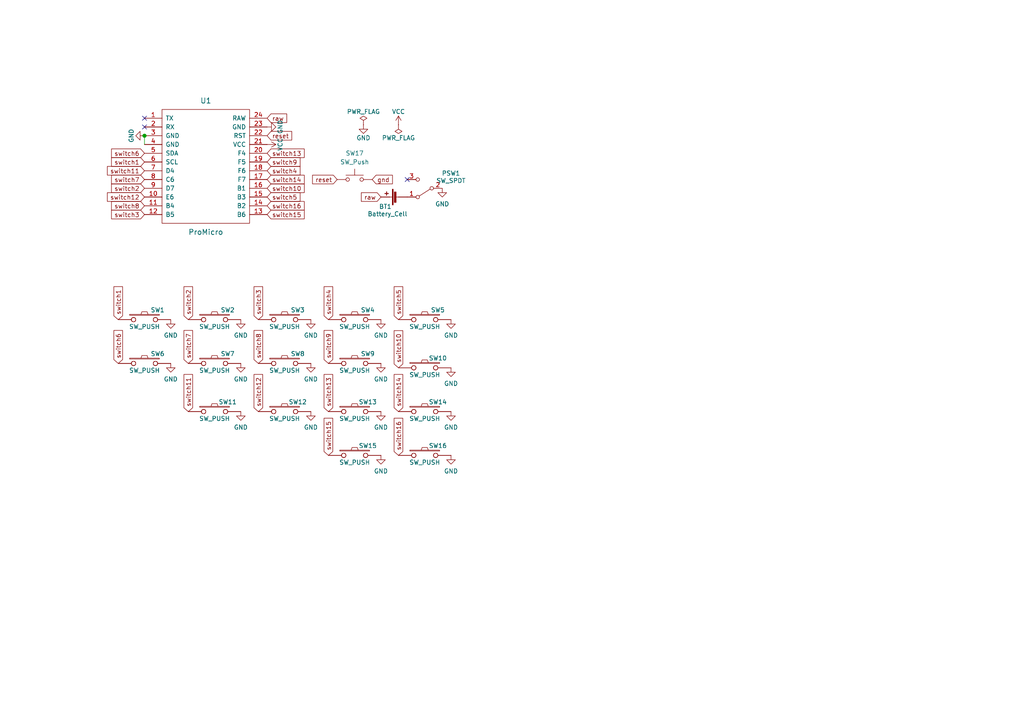
<source format=kicad_sch>
(kicad_sch (version 20211123) (generator eeschema)
  (paper "A4")
  (title_block (title "minako (美奈子)") (date "2022-01-25") (rev "0.3") (company "<3"))
  (lib_symbols
    (symbol "Device:Battery_Cell" (pin_numbers hide) (pin_names (offset 0) hide)
      (property "Reference" "BT" (at 2.54 2.54 0))
      (property "Value" "Battery_Cell" (at 2.54 0 0))
      (symbol "Battery_Cell_0_1"
        (rectangle (start -2.286 1.778) (end 2.286 1.524) (fill (type outline)))
        (rectangle (start -1.5748 1.1938) (end 1.4732 0.6858) (fill (type outline)))
        (polyline (pts (xy 0 0.762) (xy 0 0)))
        (polyline (pts (xy 0 1.778) (xy 0 2.54)))
        (polyline (pts (xy 0.508 3.429) (xy 1.524 3.429)) (stroke (width 0.254)))
        (polyline (pts (xy 1.016 3.937) (xy 1.016 2.921)) (stroke (width 0.254)))
      )
      (symbol "Battery_Cell_1_1"
        (pin passive line (at 0 5.08 270) (length 2.54) (name "+") (number "1"))
        (pin passive line (at 0 -2.54 90) (length 2.54) (name "-") (number "2"))
      )
    )
    (symbol "Switch:SW_Push" (pin_numbers hide) (pin_names (offset 1.016) hide)
      (property "Reference" "SW" (at 1.27 2.54 0))
      (property "Value" "SW_Push" (at 0 -1.524 0))
      (symbol "SW_Push_0_1"
        (circle (center -2.032 0) (radius 0.508))
        (polyline (pts (xy 0 1.27) (xy 0 3.048)))
        (polyline (pts (xy 2.54 1.27) (xy -2.54 1.27)))
        (circle (center 2.032 0) (radius 0.508))
        (pin passive line (at -5.08 0 0) (length 2.54) (name "1") (number "1"))
        (pin passive line (at 5.08 0 180) (length 2.54) (name "2") (number "2"))
      )
    )
    (symbol "Switch:SW_SPDT" (pin_names (offset 0) hide)
      (property "Reference" "SW" (at 0 4.318 0))
      (property "Value" "SW_SPDT" (at 0 -5.08 0))
      (symbol "SW_SPDT_0_0"
        (circle (center -2.032 0) (radius 0.508))
        (circle (center 2.032 -2.54) (radius 0.508))
      )
      (symbol "SW_SPDT_0_1"
        (polyline (pts (xy -1.524 0.254) (xy 1.651 2.286)))
        (circle (center 2.032 2.54) (radius 0.508))
      )
      (symbol "SW_SPDT_1_1"
        (pin passive line (at 5.08 2.54 180) (length 2.54) (name "A") (number "1"))
        (pin passive line (at -5.08 0 0) (length 2.54) (name "B") (number "2"))
        (pin passive line (at 5.08 -2.54 180) (length 2.54) (name "C") (number "3"))
      )
    )
    (symbol "bugs:ProMicro-kbd" (pin_names (offset 1.016))
      (property "Reference" "U" (at 0 24.13 0))
      (property "Value" "ProMicro-kbd" (at 0 -13.97 0))
      (symbol "ProMicro-kbd_0_1"
        (rectangle (start -12.7 21.59) (end 12.7 -11.43))
      )
      (symbol "ProMicro-kbd_1_1"
        (pin bidirectional line (at -17.78 19.05 0) (length 5.08) (name "TX") (number "1"))
        (pin bidirectional line (at -17.78 -3.81 0) (length 5.08) (name "E6") (number "10"))
        (pin bidirectional line (at -17.78 -6.35 0) (length 5.08) (name "B4") (number "11"))
        (pin bidirectional line (at -17.78 -8.89 0) (length 5.08) (name "B5") (number "12"))
        (pin bidirectional line (at 17.78 -8.89 180) (length 5.08) (name "B6") (number "13"))
        (pin bidirectional line (at 17.78 -6.35 180) (length 5.08) (name "B2") (number "14"))
        (pin bidirectional line (at 17.78 -3.81 180) (length 5.08) (name "B3") (number "15"))
        (pin bidirectional line (at 17.78 -1.27 180) (length 5.08) (name "B1") (number "16"))
        (pin bidirectional line (at 17.78 1.27 180) (length 5.08) (name "F7") (number "17"))
        (pin bidirectional line (at 17.78 3.81 180) (length 5.08) (name "F6") (number "18"))
        (pin bidirectional line (at 17.78 6.35 180) (length 5.08) (name "F5") (number "19"))
        (pin bidirectional line (at -17.78 16.51 0) (length 5.08) (name "RX") (number "2"))
        (pin bidirectional line (at 17.78 8.89 180) (length 5.08) (name "F4") (number "20"))
        (pin power_in line (at 17.78 11.43 180) (length 5.08) (name "VCC") (number "21"))
        (pin input line (at 17.78 13.97 180) (length 5.08) (name "RST") (number "22"))
        (pin power_in line (at 17.78 16.51 180) (length 5.08) (name "GND") (number "23"))
        (pin power_out line (at 17.78 19.05 180) (length 5.08) (name "RAW") (number "24"))
        (pin power_in line (at -17.78 13.97 0) (length 5.08) (name "GND") (number "3"))
        (pin power_in line (at -17.78 11.43 0) (length 5.08) (name "GND") (number "4"))
        (pin bidirectional line (at -17.78 8.89 0) (length 5.08) (name "SDA") (number "5"))
        (pin bidirectional line (at -17.78 6.35 0) (length 5.08) (name "SCL") (number "6"))
        (pin bidirectional line (at -17.78 3.81 0) (length 5.08) (name "D4") (number "7"))
        (pin bidirectional line (at -17.78 1.27 0) (length 5.08) (name "C6") (number "8"))
        (pin bidirectional line (at -17.78 -1.27 0) (length 5.08) (name "D7") (number "9"))
      )
    )
    (symbol "bugs:SW_PUSH-kbd" (pin_numbers hide) (pin_names (offset 1.016) hide)
      (property "Reference" "SW" (at 3.81 2.794 0))
      (property "Value" "SW_PUSH-kbd" (at 0 -2.032 0))
      (symbol "SW_PUSH-kbd_0_1"
        (rectangle (start -4.318 1.27) (end 4.318 1.524))
        (polyline (pts (xy -1.016 1.524) (xy -0.762 2.286) (xy 0.762 2.286) (xy 1.016 1.524)))
        (pin passive inverted (at -7.62 0 0) (length 5.08) (name "1") (number "1"))
        (pin passive inverted (at 7.62 0 180) (length 5.08) (name "2") (number "2"))
      )
    )
    (symbol "knott:SW_PUSH-kbd" (pin_numbers hide) (pin_names (offset 1.016) hide)
      (property "Reference" "SW" (at 3.81 2.794 0))
      (property "Value" "SW_PUSH-kbd" (at 0 -2.032 0))
      (symbol "SW_PUSH-kbd_0_1"
        (rectangle (start -4.318 1.27) (end 4.318 1.524))
        (polyline (pts (xy -1.016 1.524) (xy -0.762 2.286) (xy 0.762 2.286) (xy 1.016 1.524)))
        (pin passive inverted (at -7.62 0 0) (length 5.08) (name "1") (number "1"))
        (pin passive inverted (at 7.62 0 180) (length 5.08) (name "2") (number "2"))
      )
    )
    (symbol "power:GND" (power) (pin_names (offset 0))
      (property "Value" "GND" (at 0 -3.81 0))
      (symbol "GND_0_1"
        (polyline (pts (xy 0 0) (xy 0 -1.27) (xy 1.27 -1.27) (xy 0 -2.54) (xy -1.27 -1.27) (xy 0 -1.27)))
      )
      (symbol "GND_1_1"
        (pin power_in line (at 0 0 270) (length 0) hide (name "GND") (number "1"))
      )
    )
    (symbol "power:PWR_FLAG" (power) (pin_numbers hide) (pin_names (offset 0) hide)
      (property "Value" "PWR_FLAG" (at 0 3.81 0))
      (symbol "PWR_FLAG_0_0"
        (pin power_out line (at 0 0 90) (length 0) (name "pwr") (number "1"))
      )
      (symbol "PWR_FLAG_0_1"
        (polyline (pts (xy 0 0) (xy 0 1.27) (xy -1.016 1.905) (xy 0 2.54) (xy 1.016 1.905) (xy 0 1.27)))
      )
    )
    (symbol "power:VCC" (power) (pin_names (offset 0))
      (property "Value" "VCC" (at 0 3.81 0))
      (symbol "VCC_0_1"
        (polyline (pts (xy -0.762 1.27) (xy 0 2.54)))
        (polyline (pts (xy 0 0) (xy 0 2.54)))
        (polyline (pts (xy 0 2.54) (xy 0.762 1.27)))
      )
      (symbol "VCC_1_1"
        (pin power_in line (at 0 0 90) (length 0) hide (name "VCC") (number "1"))
      )
    )
  )
  (junction (at 41.91 39.37) (diameter 1.016))
  (no_connect (at 118.11 52.07))
  (no_connect (at 41.91 36.83))
  (no_connect (at 41.91 34.29))
  (wire (pts (xy 41.91 39.37) (xy 41.91 41.91)))
  (global_label "switch5" (shape input) (at 77.47 57.15 0) (property "Intersheet References" "${INTERSHEET_REFS}" (effects hide)))
  (global_label "switch11" (shape input) (at 54.61 119.38 90) (property "Intersheet References" "${INTERSHEET_REFS}" (effects hide)))
  (global_label "switch14" (shape input) (at 77.47 52.07 0) (property "Intersheet References" "${INTERSHEET_REFS}" (effects hide)))
  (global_label "switch11" (shape input) (at 41.91 49.53 180) (property "Intersheet References" "${INTERSHEET_REFS}" (effects hide)))
  (global_label "switch7" (shape input) (at 41.91 52.07 180) (property "Intersheet References" "${INTERSHEET_REFS}" (effects hide)))
  (global_label "switch12" (shape input) (at 74.93 119.38 90) (property "Intersheet References" "${INTERSHEET_REFS}" (effects hide)))
  (global_label "switch13" (shape input) (at 95.25 119.38 90) (property "Intersheet References" "${INTERSHEET_REFS}" (effects hide)))
  (global_label "switch7" (shape input) (at 54.61 105.41 90) (property "Intersheet References" "${INTERSHEET_REFS}" (effects hide)))
  (global_label "switch16" (shape input) (at 77.47 59.69 0) (property "Intersheet References" "${INTERSHEET_REFS}" (effects hide)))
  (global_label "raw" (shape input) (at 77.47 34.29 0) (property "Intersheet References" "${INTERSHEET_REFS}" (effects hide)))
  (global_label "switch12" (shape input) (at 41.91 57.15 180) (property "Intersheet References" "${INTERSHEET_REFS}" (effects hide)))
  (global_label "switch1" (shape input) (at 41.91 46.99 180) (property "Intersheet References" "${INTERSHEET_REFS}" (effects hide)))
  (global_label "switch8" (shape input) (at 41.91 59.69 180) (property "Intersheet References" "${INTERSHEET_REFS}" (effects hide)))
  (global_label "switch9" (shape input) (at 95.25 105.41 90) (property "Intersheet References" "${INTERSHEET_REFS}" (effects hide)))
  (global_label "switch6" (shape input) (at 41.91 44.45 180) (property "Intersheet References" "${INTERSHEET_REFS}" (effects hide)))
  (global_label "switch1" (shape input) (at 34.29 92.71 90) (property "Intersheet References" "${INTERSHEET_REFS}" (effects hide)))
  (global_label "switch14" (shape input) (at 115.57 119.38 90) (property "Intersheet References" "${INTERSHEET_REFS}" (effects hide)))
  (global_label "switch3" (shape input) (at 74.93 92.71 90) (property "Intersheet References" "${INTERSHEET_REFS}" (effects hide)))
  (global_label "raw" (shape input) (at 110.49 57.15 180) (property "Intersheet References" "${INTERSHEET_REFS}" (effects hide)))
  (global_label "reset" (shape input) (at 97.79 52.07 180) (property "Intersheet References" "${INTERSHEET_REFS}" (effects hide)))
  (global_label "switch9" (shape input) (at 77.47 46.99 0) (property "Intersheet References" "${INTERSHEET_REFS}" (effects hide)))
  (global_label "switch8" (shape input) (at 74.93 105.41 90) (property "Intersheet References" "${INTERSHEET_REFS}" (effects hide)))
  (global_label "switch5" (shape input) (at 115.57 92.71 90) (property "Intersheet References" "${INTERSHEET_REFS}" (effects hide)))
  (global_label "switch15" (shape input) (at 95.25 132.08 90) (property "Intersheet References" "${INTERSHEET_REFS}" (effects hide)))
  (global_label "switch3" (shape input) (at 41.91 62.23 180) (property "Intersheet References" "${INTERSHEET_REFS}" (effects hide)))
  (global_label "switch10" (shape input) (at 77.47 54.61 0) (property "Intersheet References" "${INTERSHEET_REFS}" (effects hide)))
  (global_label "switch13" (shape input) (at 77.47 44.45 0) (property "Intersheet References" "${INTERSHEET_REFS}" (effects hide)))
  (global_label "switch2" (shape input) (at 54.61 92.71 90) (property "Intersheet References" "${INTERSHEET_REFS}" (effects hide)))
  (global_label "reset" (shape input) (at 77.47 39.37 0) (property "Intersheet References" "${INTERSHEET_REFS}" (effects hide)))
  (global_label "switch6" (shape input) (at 34.29 105.41 90) (property "Intersheet References" "${INTERSHEET_REFS}" (effects hide)))
  (global_label "switch2" (shape input) (at 41.91 54.61 180) (property "Intersheet References" "${INTERSHEET_REFS}" (effects hide)))
  (global_label "switch16" (shape input) (at 115.57 132.08 90) (property "Intersheet References" "${INTERSHEET_REFS}" (effects hide)))
  (global_label "switch15" (shape input) (at 77.47 62.23 0) (property "Intersheet References" "${INTERSHEET_REFS}" (effects hide)))
  (global_label "gnd" (shape input) (at 107.95 52.07 0) (property "Intersheet References" "${INTERSHEET_REFS}" (effects hide)))
  (global_label "switch4" (shape input) (at 95.25 92.71 90) (property "Intersheet References" "${INTERSHEET_REFS}" (effects hide)))
  (global_label "switch10" (shape input) (at 115.57 106.68 90) (property "Intersheet References" "${INTERSHEET_REFS}" (effects hide)))
  (global_label "switch4" (shape input) (at 77.47 49.53 0) (property "Intersheet References" "${INTERSHEET_REFS}" (effects hide)))
  (symbol (lib_id "bugs:ProMicro-kbd") (at 59.69 53.34 0) (unit 1)
    (property "Reference" "U1" (at 59.69 29.21 0) (effects (font (size 1.524 1.524))))
    (property "Value" "ProMicro" (at 59.69 67.31 0) (effects (font (size 1.524 1.524))))
    (property "Footprint" "jmnw:ProMicro_sing-rev" (effects hide))
  )
  (symbol (lib_id "bugs:SW_PUSH-kbd") (at 41.91 92.71 0) (unit 1)
    (property "Reference" "SW1" (at 45.72 89.916 0))
    (property "Value" "SW_PUSH" (at 41.91 94.742 0))
    (property "Footprint" "bugs:Choc_reversible" (effects hide))
  )
  (symbol (lib_id "knott:SW_PUSH-kbd") (at 62.23 92.71 0) (unit 1)
    (property "Reference" "SW2" (at 66.04 89.916 0))
    (property "Value" "SW_PUSH" (at 62.23 94.742 0))
    (property "Footprint" "bugs:Choc_reversible" (effects hide))
  )
  (symbol (lib_id "knott:SW_PUSH-kbd") (at 82.55 92.71 0) (unit 1)
    (property "Reference" "SW3" (at 86.36 89.916 0))
    (property "Value" "SW_PUSH" (at 82.55 94.742 0))
    (property "Footprint" "bugs:Choc_reversible" (effects hide))
  )
  (symbol (lib_id "knott:SW_PUSH-kbd") (at 102.87 92.71 0) (unit 1)
    (property "Reference" "SW4" (at 106.68 89.916 0))
    (property "Value" "SW_PUSH" (at 102.87 94.742 0))
    (property "Footprint" "bugs:Choc_reversible" (effects hide))
  )
  (symbol (lib_id "knott:SW_PUSH-kbd") (at 123.19 92.71 0) (unit 1)
    (property "Reference" "SW5" (at 127 89.916 0))
    (property "Value" "SW_PUSH" (at 123.19 94.742 0))
    (property "Footprint" "bugs:Choc_reversible" (effects hide))
  )
  (symbol (lib_id "knott:SW_PUSH-kbd") (at 41.91 105.41 0) (unit 1)
    (property "Reference" "SW6" (at 45.72 102.616 0))
    (property "Value" "SW_PUSH" (at 41.91 107.442 0))
    (property "Footprint" "bugs:Choc_reversible" (effects hide))
  )
  (symbol (lib_id "knott:SW_PUSH-kbd") (at 62.23 105.41 0) (unit 1)
    (property "Reference" "SW7" (at 66.04 102.616 0))
    (property "Value" "SW_PUSH" (at 62.23 107.442 0))
    (property "Footprint" "bugs:Choc_reversible" (effects hide))
  )
  (symbol (lib_id "knott:SW_PUSH-kbd") (at 82.55 105.41 0) (unit 1)
    (property "Reference" "SW8" (at 86.36 102.616 0))
    (property "Value" "SW_PUSH" (at 82.55 107.442 0))
    (property "Footprint" "bugs:Choc_reversible" (effects hide))
  )
  (symbol (lib_id "knott:SW_PUSH-kbd") (at 102.87 105.41 0) (unit 1)
    (property "Reference" "SW9" (at 106.68 102.616 0))
    (property "Value" "SW_PUSH" (at 102.87 107.442 0))
    (property "Footprint" "bugs:Choc_reversible" (effects hide))
  )
  (symbol (lib_id "knott:SW_PUSH-kbd") (at 123.19 106.68 0) (unit 1)
    (property "Reference" "SW10" (at 127 103.886 0))
    (property "Value" "SW_PUSH" (at 123.19 108.712 0))
    (property "Footprint" "bugs:Choc_reversible" (effects hide))
  )
  (symbol (lib_id "knott:SW_PUSH-kbd") (at 62.23 119.38 0) (unit 1)
    (property "Reference" "SW11" (at 66.04 116.586 0))
    (property "Value" "SW_PUSH" (at 62.23 121.412 0))
    (property "Footprint" "bugs:Choc_reversible" (effects hide))
  )
  (symbol (lib_id "knott:SW_PUSH-kbd") (at 82.55 119.38 0) (unit 1)
    (property "Reference" "SW12" (at 86.36 116.586 0))
    (property "Value" "SW_PUSH" (at 82.55 121.412 0))
    (property "Footprint" "bugs:Choc_reversible" (effects hide))
  )
  (symbol (lib_id "knott:SW_PUSH-kbd") (at 102.87 119.38 0) (unit 1)
    (property "Reference" "SW13" (at 106.68 116.586 0))
    (property "Value" "SW_PUSH" (at 102.87 121.412 0))
    (property "Footprint" "bugs:Choc_reversible" (effects hide))
  )
  (symbol (lib_id "knott:SW_PUSH-kbd") (at 123.19 119.38 0) (unit 1)
    (property "Reference" "SW14" (at 127 116.586 0))
    (property "Value" "SW_PUSH" (at 123.19 121.412 0))
    (property "Footprint" "bugs:Choc_reversible" (effects hide))
  )
  (symbol (lib_id "power:GND") (at 77.47 36.83 90) (unit 1)
    (property "Reference" "#PWR01" (effects hide))
    (property "Value" "GND" (at 81.28 36.83 0))
  )
  (symbol (lib_id "power:VCC") (at 77.47 41.91 270) (unit 1)
    (property "Reference" "#PWR023" (effects hide))
    (property "Value" "VCC" (at 81.28 41.91 0))
  )
  (symbol (lib_id "power:GND") (at 41.91 39.37 270) (unit 1)
    (property "Reference" "#PWR02" (effects hide))
    (property "Value" "GND" (at 38.1 39.37 0))
  )
  (symbol (lib_id "power:GND") (at 105.41 36.195 0) (unit 1)
    (property "Reference" "#PWR03" (effects hide))
    (property "Value" "GND" (at 105.41 40.005 0))
  )
  (symbol (lib_id "power:VCC") (at 115.57 36.195 0) (unit 1)
    (property "Reference" "#PWR04" (effects hide))
    (property "Value" "VCC" (at 115.57 32.385 0))
  )
  (symbol (lib_id "power:PWR_FLAG") (at 115.57 36.195 180) (unit 1)
    (property "Reference" "#FLG05" (effects hide))
    (property "Value" "PWR_FLAG" (at 115.57 40.005 0))
  )
  (symbol (lib_id "power:PWR_FLAG") (at 105.41 36.195 0) (unit 1)
    (property "Reference" "#FLG06" (effects hide))
    (property "Value" "PWR_FLAG" (at 105.41 32.385 0))
  )
  (symbol (lib_id "Switch:SW_SPDT") (at 123.19 54.61 180) (unit 1)
    (property "Reference" "PSW1" (at 130.81 50.2624 0))
    (property "Value" "SW_SPDT" (at 130.81 52.4025 0))
    (property "Footprint" "bugs:Power_reversible" (effects hide))
  )
  (symbol (lib_id "power:GND") (at 130.81 119.38 0) (unit 1)
    (property "Reference" "#PWR0112" (effects hide))
    (property "Value" "GND" (at 130.81 123.9426 0))
  )
  (symbol (lib_id "power:GND") (at 69.85 105.41 0) (unit 1)
    (property "Reference" "#PWR0103" (effects hide))
    (property "Value" "GND" (at 69.85 109.9726 0))
  )
  (symbol (lib_id "power:GND") (at 110.49 119.38 0) (unit 1)
    (property "Reference" "#PWR0115" (effects hide))
    (property "Value" "GND" (at 110.49 123.9426 0))
  )
  (symbol (lib_id "power:GND") (at 130.81 132.08 0) (unit 1)
    (property "Reference" "#PWR0106" (effects hide))
    (property "Value" "GND" (at 130.81 136.6426 0))
  )
  (symbol (lib_id "knott:SW_PUSH-kbd") (at 123.19 132.08 0) (unit 1)
    (property "Reference" "SW16" (at 127 129.286 0))
    (property "Value" "SW_PUSH" (at 123.19 134.112 0))
    (property "Footprint" "bugs:Choc_reversible" (effects hide))
  )
  (symbol (lib_id "power:GND") (at 90.17 105.41 0) (unit 1)
    (property "Reference" "#PWR0117" (effects hide))
    (property "Value" "GND" (at 90.17 109.9726 0))
  )
  (symbol (lib_id "power:GND") (at 49.53 92.71 0) (unit 1)
    (property "Reference" "#PWR0105" (effects hide))
    (property "Value" "GND" (at 49.53 97.2726 0))
  )
  (symbol (lib_id "power:GND") (at 90.17 119.38 0) (unit 1)
    (property "Reference" "#PWR0116" (effects hide))
    (property "Value" "GND" (at 90.17 123.9426 0))
  )
  (symbol (lib_id "power:GND") (at 128.27 54.61 0) (unit 1)
    (property "Reference" "#PWR0101" (effects hide))
    (property "Value" "GND" (at 128.27 59.1726 0))
  )
  (symbol (lib_id "power:GND") (at 49.53 105.41 0) (unit 1)
    (property "Reference" "#PWR0107" (effects hide))
    (property "Value" "GND" (at 49.53 109.9726 0))
  )
  (symbol (lib_id "power:GND") (at 110.49 105.41 0) (unit 1)
    (property "Reference" "#PWR0109" (effects hide))
    (property "Value" "GND" (at 110.49 109.9726 0))
  )
  (symbol (lib_id "power:GND") (at 69.85 119.38 0) (unit 1)
    (property "Reference" "#PWR0102" (effects hide))
    (property "Value" "GND" (at 69.85 123.9426 0))
  )
  (symbol (lib_id "knott:SW_PUSH-kbd") (at 102.87 132.08 0) (unit 1)
    (property "Reference" "SW15" (at 106.68 129.286 0))
    (property "Value" "SW_PUSH" (at 102.87 134.112 0))
    (property "Footprint" "bugs:Choc_reversible" (effects hide))
  )
  (symbol (lib_id "power:GND") (at 69.85 92.71 0) (unit 1)
    (property "Reference" "#PWR0104" (effects hide))
    (property "Value" "GND" (at 69.85 97.2726 0))
  )
  (symbol (lib_id "Switch:SW_Push") (at 102.87 52.07 0) (unit 1)
    (property "Reference" "SW17" (at 102.87 44.45 0))
    (property "Value" "SW_Push" (at 102.87 46.99 0))
    (property "Footprint" "kbd:ResetSW" (effects hide))
  )
  (symbol (lib_id "power:GND") (at 110.49 132.08 0) (unit 1)
    (property "Reference" "#PWR0118" (effects hide))
    (property "Value" "GND" (at 110.49 136.6426 0))
  )
  (symbol (lib_id "power:GND") (at 110.49 92.71 0) (unit 1)
    (property "Reference" "#PWR0108" (effects hide))
    (property "Value" "GND" (at 110.49 97.2726 0))
  )
  (symbol (lib_id "Device:Battery_Cell") (at 115.57 57.15 90) (unit 1)
    (property "Reference" "BT1" (at 111.76 59.9144 90))
    (property "Value" "Battery_Cell" (at 112.395 62.0545 90))
    (property "Footprint" "bugs:Battery_pads_reversible" (effects hide))
  )
  (symbol (lib_id "power:GND") (at 130.81 92.71 0) (unit 1)
    (property "Reference" "#PWR0110" (effects hide))
    (property "Value" "GND" (at 130.81 97.2726 0))
  )
  (symbol (lib_id "power:GND") (at 90.17 92.71 0) (unit 1)
    (property "Reference" "#PWR0114" (effects hide))
    (property "Value" "GND" (at 90.17 97.2726 0))
  )
  (symbol (lib_id "power:GND") (at 130.81 106.68 0) (unit 1)
    (property "Reference" "#PWR0111" (effects hide))
    (property "Value" "GND" (at 130.81 111.2426 0))
  )
)
</source>
